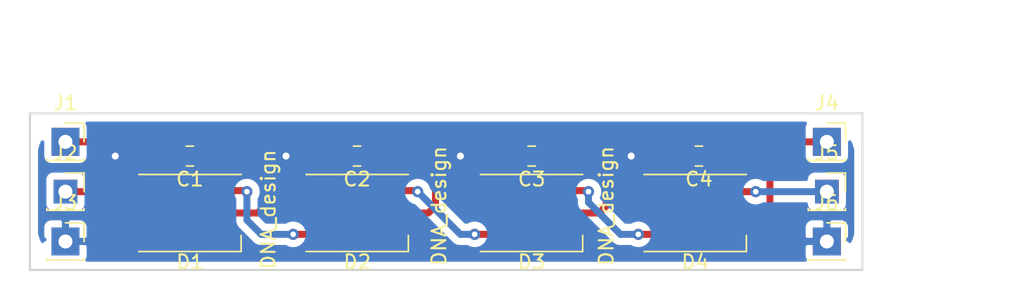
<source format=kicad_pcb>
(kicad_pcb (version 20171130) (host pcbnew "(5.1.6)-1")

  (general
    (thickness 1.6)
    (drawings 9)
    (tracks 130)
    (zones 0)
    (modules 14)
    (nets 12)
  )

  (page A4)
  (layers
    (0 F.Cu signal)
    (31 B.Cu signal)
    (32 B.Adhes user)
    (33 F.Adhes user)
    (34 B.Paste user)
    (35 F.Paste user)
    (36 B.SilkS user)
    (37 F.SilkS user)
    (38 B.Mask user)
    (39 F.Mask user)
    (40 Dwgs.User user)
    (41 Cmts.User user)
    (42 Eco1.User user)
    (43 Eco2.User user)
    (44 Edge.Cuts user)
    (45 Margin user)
    (46 B.CrtYd user)
    (47 F.CrtYd user)
    (48 B.Fab user)
    (49 F.Fab user)
  )

  (setup
    (last_trace_width 0.25)
    (user_trace_width 0.5)
    (user_trace_width 1)
    (user_trace_width 1.2)
    (user_trace_width 2)
    (trace_clearance 0.2)
    (zone_clearance 0.508)
    (zone_45_only no)
    (trace_min 0.2)
    (via_size 0.8)
    (via_drill 0.4)
    (via_min_size 0.4)
    (via_min_drill 0.3)
    (user_via 1 0.5)
    (uvia_size 0.3)
    (uvia_drill 0.1)
    (uvias_allowed no)
    (uvia_min_size 0.2)
    (uvia_min_drill 0.1)
    (edge_width 0.15)
    (segment_width 0.2)
    (pcb_text_width 0.3)
    (pcb_text_size 1.5 1.5)
    (mod_edge_width 0.15)
    (mod_text_size 1 1)
    (mod_text_width 0.15)
    (pad_size 2 2)
    (pad_drill 1)
    (pad_to_mask_clearance 0.051)
    (solder_mask_min_width 0.25)
    (aux_axis_origin 0 0)
    (visible_elements 7FFFFFFF)
    (pcbplotparams
      (layerselection 0x010fc_ffffffff)
      (usegerberextensions false)
      (usegerberattributes false)
      (usegerberadvancedattributes false)
      (creategerberjobfile false)
      (excludeedgelayer true)
      (linewidth 0.100000)
      (plotframeref false)
      (viasonmask false)
      (mode 1)
      (useauxorigin false)
      (hpglpennumber 1)
      (hpglpenspeed 20)
      (hpglpendiameter 15.000000)
      (psnegative false)
      (psa4output false)
      (plotreference true)
      (plotvalue true)
      (plotinvisibletext false)
      (padsonsilk false)
      (subtractmaskfromsilk false)
      (outputformat 1)
      (mirror false)
      (drillshape 0)
      (scaleselection 1)
      (outputdirectory ""))
  )

  (net 0 "")
  (net 1 +5V)
  (net 2 GND)
  (net 3 /DATA)
  (net 4 "Net-(D1-Pad3)")
  (net 5 "Net-(D1-Pad1)")
  (net 6 "Net-(D2-Pad1)")
  (net 7 "Net-(D2-Pad3)")
  (net 8 "Net-(D3-Pad3)")
  (net 9 "Net-(D3-Pad1)")
  (net 10 "Net-(D4-Pad1)")
  (net 11 "Net-(D4-Pad3)")

  (net_class Default "Это класс цепей по умолчанию."
    (clearance 0.2)
    (trace_width 0.25)
    (via_dia 0.8)
    (via_drill 0.4)
    (uvia_dia 0.3)
    (uvia_drill 0.1)
    (add_net +5V)
    (add_net /DATA)
    (add_net GND)
    (add_net "Net-(D1-Pad1)")
    (add_net "Net-(D1-Pad3)")
    (add_net "Net-(D2-Pad1)")
    (add_net "Net-(D2-Pad3)")
    (add_net "Net-(D3-Pad1)")
    (add_net "Net-(D3-Pad3)")
    (add_net "Net-(D4-Pad1)")
    (add_net "Net-(D4-Pad3)")
  )

  (module Capacitor_SMD:C_0805_2012Metric_Pad1.15x1.40mm_HandSolder (layer F.Cu) (tedit 5B36C52B) (tstamp 5F764C03)
    (at 115.579 80.518 180)
    (descr "Capacitor SMD 0805 (2012 Metric), square (rectangular) end terminal, IPC_7351 nominal with elongated pad for handsoldering. (Body size source: https://docs.google.com/spreadsheets/d/1BsfQQcO9C6DZCsRaXUlFlo91Tg2WpOkGARC1WS5S8t0/edit?usp=sharing), generated with kicad-footprint-generator")
    (tags "capacitor handsolder")
    (path /5F69D873)
    (attr smd)
    (fp_text reference C3 (at 0 -1.65 180) (layer F.SilkS)
      (effects (font (size 1 1) (thickness 0.15)))
    )
    (fp_text value 100nF (at 0 1.65 180) (layer F.Fab)
      (effects (font (size 1 1) (thickness 0.15)))
    )
    (fp_line (start 1.85 0.95) (end -1.85 0.95) (layer F.CrtYd) (width 0.05))
    (fp_line (start 1.85 -0.95) (end 1.85 0.95) (layer F.CrtYd) (width 0.05))
    (fp_line (start -1.85 -0.95) (end 1.85 -0.95) (layer F.CrtYd) (width 0.05))
    (fp_line (start -1.85 0.95) (end -1.85 -0.95) (layer F.CrtYd) (width 0.05))
    (fp_line (start -0.261252 0.71) (end 0.261252 0.71) (layer F.SilkS) (width 0.12))
    (fp_line (start -0.261252 -0.71) (end 0.261252 -0.71) (layer F.SilkS) (width 0.12))
    (fp_line (start 1 0.6) (end -1 0.6) (layer F.Fab) (width 0.1))
    (fp_line (start 1 -0.6) (end 1 0.6) (layer F.Fab) (width 0.1))
    (fp_line (start -1 -0.6) (end 1 -0.6) (layer F.Fab) (width 0.1))
    (fp_line (start -1 0.6) (end -1 -0.6) (layer F.Fab) (width 0.1))
    (fp_text user %R (at 0 0 180) (layer F.Fab)
      (effects (font (size 0.5 0.5) (thickness 0.08)))
    )
    (pad 1 smd roundrect (at -1.025 0 180) (size 1.15 1.4) (layers F.Cu F.Paste F.Mask) (roundrect_rratio 0.217391)
      (net 1 +5V))
    (pad 2 smd roundrect (at 1.025 0 180) (size 1.15 1.4) (layers F.Cu F.Paste F.Mask) (roundrect_rratio 0.217391)
      (net 2 GND))
    (model ${KISYS3DMOD}/Capacitor_SMD.3dshapes/C_0805_2012Metric.wrl
      (at (xyz 0 0 0))
      (scale (xyz 1 1 1))
      (rotate (xyz 0 0 0))
    )
  )

  (module Capacitor_SMD:C_0805_2012Metric_Pad1.15x1.40mm_HandSolder (layer F.Cu) (tedit 5B36C52B) (tstamp 5F764BE1)
    (at 91.177 80.518 180)
    (descr "Capacitor SMD 0805 (2012 Metric), square (rectangular) end terminal, IPC_7351 nominal with elongated pad for handsoldering. (Body size source: https://docs.google.com/spreadsheets/d/1BsfQQcO9C6DZCsRaXUlFlo91Tg2WpOkGARC1WS5S8t0/edit?usp=sharing), generated with kicad-footprint-generator")
    (tags "capacitor handsolder")
    (path /5F69B712)
    (attr smd)
    (fp_text reference C1 (at 0 -1.65 180) (layer F.SilkS)
      (effects (font (size 1 1) (thickness 0.15)))
    )
    (fp_text value 100nF (at 0 1.65 180) (layer F.Fab)
      (effects (font (size 1 1) (thickness 0.15)))
    )
    (fp_line (start 1.85 0.95) (end -1.85 0.95) (layer F.CrtYd) (width 0.05))
    (fp_line (start 1.85 -0.95) (end 1.85 0.95) (layer F.CrtYd) (width 0.05))
    (fp_line (start -1.85 -0.95) (end 1.85 -0.95) (layer F.CrtYd) (width 0.05))
    (fp_line (start -1.85 0.95) (end -1.85 -0.95) (layer F.CrtYd) (width 0.05))
    (fp_line (start -0.261252 0.71) (end 0.261252 0.71) (layer F.SilkS) (width 0.12))
    (fp_line (start -0.261252 -0.71) (end 0.261252 -0.71) (layer F.SilkS) (width 0.12))
    (fp_line (start 1 0.6) (end -1 0.6) (layer F.Fab) (width 0.1))
    (fp_line (start 1 -0.6) (end 1 0.6) (layer F.Fab) (width 0.1))
    (fp_line (start -1 -0.6) (end 1 -0.6) (layer F.Fab) (width 0.1))
    (fp_line (start -1 0.6) (end -1 -0.6) (layer F.Fab) (width 0.1))
    (fp_text user %R (at 0 0 180) (layer F.Fab)
      (effects (font (size 0.5 0.5) (thickness 0.08)))
    )
    (pad 1 smd roundrect (at -1.025 0 180) (size 1.15 1.4) (layers F.Cu F.Paste F.Mask) (roundrect_rratio 0.217391)
      (net 1 +5V))
    (pad 2 smd roundrect (at 1.025 0 180) (size 1.15 1.4) (layers F.Cu F.Paste F.Mask) (roundrect_rratio 0.217391)
      (net 2 GND))
    (model ${KISYS3DMOD}/Capacitor_SMD.3dshapes/C_0805_2012Metric.wrl
      (at (xyz 0 0 0))
      (scale (xyz 1 1 1))
      (rotate (xyz 0 0 0))
    )
  )

  (module Capacitor_SMD:C_0805_2012Metric_Pad1.15x1.40mm_HandSolder (layer F.Cu) (tedit 5B36C52B) (tstamp 5F764BF2)
    (at 103.115 80.518 180)
    (descr "Capacitor SMD 0805 (2012 Metric), square (rectangular) end terminal, IPC_7351 nominal with elongated pad for handsoldering. (Body size source: https://docs.google.com/spreadsheets/d/1BsfQQcO9C6DZCsRaXUlFlo91Tg2WpOkGARC1WS5S8t0/edit?usp=sharing), generated with kicad-footprint-generator")
    (tags "capacitor handsolder")
    (path /5F69C6F1)
    (attr smd)
    (fp_text reference C2 (at 0 -1.65 180) (layer F.SilkS)
      (effects (font (size 1 1) (thickness 0.15)))
    )
    (fp_text value 100nF (at 0 1.65 180) (layer F.Fab)
      (effects (font (size 1 1) (thickness 0.15)))
    )
    (fp_line (start -1 0.6) (end -1 -0.6) (layer F.Fab) (width 0.1))
    (fp_line (start -1 -0.6) (end 1 -0.6) (layer F.Fab) (width 0.1))
    (fp_line (start 1 -0.6) (end 1 0.6) (layer F.Fab) (width 0.1))
    (fp_line (start 1 0.6) (end -1 0.6) (layer F.Fab) (width 0.1))
    (fp_line (start -0.261252 -0.71) (end 0.261252 -0.71) (layer F.SilkS) (width 0.12))
    (fp_line (start -0.261252 0.71) (end 0.261252 0.71) (layer F.SilkS) (width 0.12))
    (fp_line (start -1.85 0.95) (end -1.85 -0.95) (layer F.CrtYd) (width 0.05))
    (fp_line (start -1.85 -0.95) (end 1.85 -0.95) (layer F.CrtYd) (width 0.05))
    (fp_line (start 1.85 -0.95) (end 1.85 0.95) (layer F.CrtYd) (width 0.05))
    (fp_line (start 1.85 0.95) (end -1.85 0.95) (layer F.CrtYd) (width 0.05))
    (fp_text user %R (at 0 0 180) (layer F.Fab)
      (effects (font (size 0.5 0.5) (thickness 0.08)))
    )
    (pad 2 smd roundrect (at 1.025 0 180) (size 1.15 1.4) (layers F.Cu F.Paste F.Mask) (roundrect_rratio 0.217391)
      (net 2 GND))
    (pad 1 smd roundrect (at -1.025 0 180) (size 1.15 1.4) (layers F.Cu F.Paste F.Mask) (roundrect_rratio 0.217391)
      (net 1 +5V))
    (model ${KISYS3DMOD}/Capacitor_SMD.3dshapes/C_0805_2012Metric.wrl
      (at (xyz 0 0 0))
      (scale (xyz 1 1 1))
      (rotate (xyz 0 0 0))
    )
  )

  (module Capacitor_SMD:C_0805_2012Metric_Pad1.15x1.40mm_HandSolder (layer F.Cu) (tedit 5B36C52B) (tstamp 5F765FC5)
    (at 127.517 80.518 180)
    (descr "Capacitor SMD 0805 (2012 Metric), square (rectangular) end terminal, IPC_7351 nominal with elongated pad for handsoldering. (Body size source: https://docs.google.com/spreadsheets/d/1BsfQQcO9C6DZCsRaXUlFlo91Tg2WpOkGARC1WS5S8t0/edit?usp=sharing), generated with kicad-footprint-generator")
    (tags "capacitor handsolder")
    (path /5F69ECF6)
    (attr smd)
    (fp_text reference C4 (at 0 -1.65 180) (layer F.SilkS)
      (effects (font (size 1 1) (thickness 0.15)))
    )
    (fp_text value 100nF (at 0 1.65 180) (layer F.Fab)
      (effects (font (size 1 1) (thickness 0.15)))
    )
    (fp_line (start -1 0.6) (end -1 -0.6) (layer F.Fab) (width 0.1))
    (fp_line (start -1 -0.6) (end 1 -0.6) (layer F.Fab) (width 0.1))
    (fp_line (start 1 -0.6) (end 1 0.6) (layer F.Fab) (width 0.1))
    (fp_line (start 1 0.6) (end -1 0.6) (layer F.Fab) (width 0.1))
    (fp_line (start -0.261252 -0.71) (end 0.261252 -0.71) (layer F.SilkS) (width 0.12))
    (fp_line (start -0.261252 0.71) (end 0.261252 0.71) (layer F.SilkS) (width 0.12))
    (fp_line (start -1.85 0.95) (end -1.85 -0.95) (layer F.CrtYd) (width 0.05))
    (fp_line (start -1.85 -0.95) (end 1.85 -0.95) (layer F.CrtYd) (width 0.05))
    (fp_line (start 1.85 -0.95) (end 1.85 0.95) (layer F.CrtYd) (width 0.05))
    (fp_line (start 1.85 0.95) (end -1.85 0.95) (layer F.CrtYd) (width 0.05))
    (fp_text user %R (at 0 0 180) (layer F.Fab)
      (effects (font (size 0.5 0.5) (thickness 0.08)))
    )
    (pad 2 smd roundrect (at 1.025 0 180) (size 1.15 1.4) (layers F.Cu F.Paste F.Mask) (roundrect_rratio 0.217391)
      (net 2 GND))
    (pad 1 smd roundrect (at -1.025 0 180) (size 1.15 1.4) (layers F.Cu F.Paste F.Mask) (roundrect_rratio 0.217391)
      (net 1 +5V))
    (model ${KISYS3DMOD}/Capacitor_SMD.3dshapes/C_0805_2012Metric.wrl
      (at (xyz 0 0 0))
      (scale (xyz 1 1 1))
      (rotate (xyz 0 0 0))
    )
  )

  (module LED_SMD:LED_WS2812_PLCC6_5.0x5.0mm_P1.6mm (layer F.Cu) (tedit 5AA4B296) (tstamp 5F76505D)
    (at 91.186 84.582 180)
    (descr https://cdn-shop.adafruit.com/datasheets/WS2812.pdf)
    (tags "LED RGB NeoPixel")
    (path /5F69B107)
    (attr smd)
    (fp_text reference D1 (at 0 -3.5 180) (layer F.SilkS)
      (effects (font (size 1 1) (thickness 0.15)))
    )
    (fp_text value WS2813 (at 0 4 180) (layer F.Fab)
      (effects (font (size 1 1) (thickness 0.15)))
    )
    (fp_circle (center 0 0) (end 0 -2) (layer F.Fab) (width 0.1))
    (fp_line (start -3.65 -2.75) (end 3.65 -2.75) (layer F.SilkS) (width 0.12))
    (fp_line (start -3.65 -1.6) (end -3.65 -2.75) (layer F.SilkS) (width 0.12))
    (fp_line (start -3.65 2.75) (end 3.65 2.75) (layer F.SilkS) (width 0.12))
    (fp_line (start -2.5 2.5) (end -2.5 -2.5) (layer F.Fab) (width 0.1))
    (fp_line (start 2.5 2.5) (end -2.5 2.5) (layer F.Fab) (width 0.1))
    (fp_line (start 2.5 -2.5) (end 2.5 2.5) (layer F.Fab) (width 0.1))
    (fp_line (start -2.5 -2.5) (end 2.5 -2.5) (layer F.Fab) (width 0.1))
    (fp_line (start -2.5 -1.5) (end -1.5 -2.5) (layer F.Fab) (width 0.1))
    (fp_line (start -3.45 -2.75) (end -3.45 2.75) (layer F.CrtYd) (width 0.05))
    (fp_line (start -3.45 2.75) (end 3.45 2.75) (layer F.CrtYd) (width 0.05))
    (fp_line (start 3.45 2.75) (end 3.45 -2.75) (layer F.CrtYd) (width 0.05))
    (fp_line (start 3.45 -2.75) (end -3.45 -2.75) (layer F.CrtYd) (width 0.05))
    (fp_text user %R (at 0 0 270) (layer F.Fab)
      (effects (font (size 0.8 0.8) (thickness 0.15)))
    )
    (pad 4 smd rect (at 2.45 1.6 180) (size 1.5 1) (layers F.Cu F.Paste F.Mask)
      (net 3 /DATA))
    (pad 5 smd rect (at 2.45 0 180) (size 1.5 1) (layers F.Cu F.Paste F.Mask)
      (net 2 GND))
    (pad 6 smd rect (at 2.45 -1.6 180) (size 1.5 1) (layers F.Cu F.Paste F.Mask)
      (net 3 /DATA))
    (pad 3 smd rect (at -2.45 1.6 180) (size 1.5 1) (layers F.Cu F.Paste F.Mask)
      (net 4 "Net-(D1-Pad3)"))
    (pad 2 smd rect (at -2.45 0 180) (size 1.5 1) (layers F.Cu F.Paste F.Mask)
      (net 1 +5V))
    (pad 1 smd rect (at -2.45 -1.6 180) (size 1.5 1) (layers F.Cu F.Paste F.Mask)
      (net 5 "Net-(D1-Pad1)"))
    (model ${KISYS3DMOD}/LED_SMD.3dshapes/LED_WS2812_PLCC6_5.0x5.0mm_P1.6mm.wrl
      (at (xyz 0 0 0))
      (scale (xyz 1 1 1))
      (rotate (xyz 0 0 0))
    )
  )

  (module LED_SMD:LED_WS2812_PLCC6_5.0x5.0mm_P1.6mm (layer F.Cu) (tedit 5AA4B296) (tstamp 5F6DC937)
    (at 103.124 84.582 180)
    (descr https://cdn-shop.adafruit.com/datasheets/WS2812.pdf)
    (tags "LED RGB NeoPixel")
    (path /5F69B195)
    (attr smd)
    (fp_text reference D2 (at 0 -3.5 180) (layer F.SilkS)
      (effects (font (size 1 1) (thickness 0.15)))
    )
    (fp_text value WS2813 (at 0 4 180) (layer F.Fab)
      (effects (font (size 1 1) (thickness 0.15)))
    )
    (fp_line (start 3.45 -2.75) (end -3.45 -2.75) (layer F.CrtYd) (width 0.05))
    (fp_line (start 3.45 2.75) (end 3.45 -2.75) (layer F.CrtYd) (width 0.05))
    (fp_line (start -3.45 2.75) (end 3.45 2.75) (layer F.CrtYd) (width 0.05))
    (fp_line (start -3.45 -2.75) (end -3.45 2.75) (layer F.CrtYd) (width 0.05))
    (fp_line (start -2.5 -1.5) (end -1.5 -2.5) (layer F.Fab) (width 0.1))
    (fp_line (start -2.5 -2.5) (end 2.5 -2.5) (layer F.Fab) (width 0.1))
    (fp_line (start 2.5 -2.5) (end 2.5 2.5) (layer F.Fab) (width 0.1))
    (fp_line (start 2.5 2.5) (end -2.5 2.5) (layer F.Fab) (width 0.1))
    (fp_line (start -2.5 2.5) (end -2.5 -2.5) (layer F.Fab) (width 0.1))
    (fp_line (start -3.65 2.75) (end 3.65 2.75) (layer F.SilkS) (width 0.12))
    (fp_line (start -3.65 -1.6) (end -3.65 -2.75) (layer F.SilkS) (width 0.12))
    (fp_line (start -3.65 -2.75) (end 3.65 -2.75) (layer F.SilkS) (width 0.12))
    (fp_circle (center 0 0) (end 0 -2) (layer F.Fab) (width 0.1))
    (fp_text user %R (at 0 0 180) (layer F.Fab)
      (effects (font (size 0.8 0.8) (thickness 0.15)))
    )
    (pad 1 smd rect (at -2.45 -1.6 180) (size 1.5 1) (layers F.Cu F.Paste F.Mask)
      (net 6 "Net-(D2-Pad1)"))
    (pad 2 smd rect (at -2.45 0 180) (size 1.5 1) (layers F.Cu F.Paste F.Mask)
      (net 1 +5V))
    (pad 3 smd rect (at -2.45 1.6 180) (size 1.5 1) (layers F.Cu F.Paste F.Mask)
      (net 7 "Net-(D2-Pad3)"))
    (pad 6 smd rect (at 2.45 -1.6 180) (size 1.5 1) (layers F.Cu F.Paste F.Mask)
      (net 4 "Net-(D1-Pad3)"))
    (pad 5 smd rect (at 2.45 0 180) (size 1.5 1) (layers F.Cu F.Paste F.Mask)
      (net 2 GND))
    (pad 4 smd rect (at 2.45 1.6 180) (size 1.5 1) (layers F.Cu F.Paste F.Mask)
      (net 4 "Net-(D1-Pad3)"))
    (model ${KISYS3DMOD}/LED_SMD.3dshapes/LED_WS2812_PLCC6_5.0x5.0mm_P1.6mm.wrl
      (at (xyz 0 0 0))
      (scale (xyz 1 1 1))
      (rotate (xyz 0 0 0))
    )
  )

  (module LED_SMD:LED_WS2812_PLCC6_5.0x5.0mm_P1.6mm (layer F.Cu) (tedit 5AA4B296) (tstamp 5F765CDB)
    (at 115.57 84.582 180)
    (descr https://cdn-shop.adafruit.com/datasheets/WS2812.pdf)
    (tags "LED RGB NeoPixel")
    (path /5F69B1EB)
    (attr smd)
    (fp_text reference D3 (at 0 -3.5 180) (layer F.SilkS)
      (effects (font (size 1 1) (thickness 0.15)))
    )
    (fp_text value WS2813 (at 0 4 180) (layer F.Fab)
      (effects (font (size 1 1) (thickness 0.15)))
    )
    (fp_circle (center 0 0) (end 0 -2) (layer F.Fab) (width 0.1))
    (fp_line (start -3.65 -2.75) (end 3.65 -2.75) (layer F.SilkS) (width 0.12))
    (fp_line (start -3.65 -1.6) (end -3.65 -2.75) (layer F.SilkS) (width 0.12))
    (fp_line (start -3.65 2.75) (end 3.65 2.75) (layer F.SilkS) (width 0.12))
    (fp_line (start -2.5 2.5) (end -2.5 -2.5) (layer F.Fab) (width 0.1))
    (fp_line (start 2.5 2.5) (end -2.5 2.5) (layer F.Fab) (width 0.1))
    (fp_line (start 2.5 -2.5) (end 2.5 2.5) (layer F.Fab) (width 0.1))
    (fp_line (start -2.5 -2.5) (end 2.5 -2.5) (layer F.Fab) (width 0.1))
    (fp_line (start -2.5 -1.5) (end -1.5 -2.5) (layer F.Fab) (width 0.1))
    (fp_line (start -3.45 -2.75) (end -3.45 2.75) (layer F.CrtYd) (width 0.05))
    (fp_line (start -3.45 2.75) (end 3.45 2.75) (layer F.CrtYd) (width 0.05))
    (fp_line (start 3.45 2.75) (end 3.45 -2.75) (layer F.CrtYd) (width 0.05))
    (fp_line (start 3.45 -2.75) (end -3.45 -2.75) (layer F.CrtYd) (width 0.05))
    (fp_text user %R (at 0 0 180) (layer F.Fab)
      (effects (font (size 0.8 0.8) (thickness 0.15)))
    )
    (pad 4 smd rect (at 2.45 1.6 180) (size 1.5 1) (layers F.Cu F.Paste F.Mask)
      (net 7 "Net-(D2-Pad3)"))
    (pad 5 smd rect (at 2.45 0 180) (size 1.5 1) (layers F.Cu F.Paste F.Mask)
      (net 2 GND))
    (pad 6 smd rect (at 2.45 -1.6 180) (size 1.5 1) (layers F.Cu F.Paste F.Mask)
      (net 7 "Net-(D2-Pad3)"))
    (pad 3 smd rect (at -2.45 1.6 180) (size 1.5 1) (layers F.Cu F.Paste F.Mask)
      (net 8 "Net-(D3-Pad3)"))
    (pad 2 smd rect (at -2.45 0 180) (size 1.5 1) (layers F.Cu F.Paste F.Mask)
      (net 1 +5V))
    (pad 1 smd rect (at -2.45 -1.6 180) (size 1.5 1) (layers F.Cu F.Paste F.Mask)
      (net 9 "Net-(D3-Pad1)"))
    (model ${KISYS3DMOD}/LED_SMD.3dshapes/LED_WS2812_PLCC6_5.0x5.0mm_P1.6mm.wrl
      (at (xyz 0 0 0))
      (scale (xyz 1 1 1))
      (rotate (xyz 0 0 0))
    )
  )

  (module LED_SMD:LED_WS2812_PLCC6_5.0x5.0mm_P1.6mm (layer F.Cu) (tedit 5AA4B296) (tstamp 5F765EC9)
    (at 127.254 84.582 180)
    (descr https://cdn-shop.adafruit.com/datasheets/WS2812.pdf)
    (tags "LED RGB NeoPixel")
    (path /5F69B22D)
    (attr smd)
    (fp_text reference D4 (at 0 -3.5 180) (layer F.SilkS)
      (effects (font (size 1 1) (thickness 0.15)))
    )
    (fp_text value WS2813 (at 0 4 180) (layer F.Fab)
      (effects (font (size 1 1) (thickness 0.15)))
    )
    (fp_line (start 3.45 -2.75) (end -3.45 -2.75) (layer F.CrtYd) (width 0.05))
    (fp_line (start 3.45 2.75) (end 3.45 -2.75) (layer F.CrtYd) (width 0.05))
    (fp_line (start -3.45 2.75) (end 3.45 2.75) (layer F.CrtYd) (width 0.05))
    (fp_line (start -3.45 -2.75) (end -3.45 2.75) (layer F.CrtYd) (width 0.05))
    (fp_line (start -2.5 -1.5) (end -1.5 -2.5) (layer F.Fab) (width 0.1))
    (fp_line (start -2.5 -2.5) (end 2.5 -2.5) (layer F.Fab) (width 0.1))
    (fp_line (start 2.5 -2.5) (end 2.5 2.5) (layer F.Fab) (width 0.1))
    (fp_line (start 2.5 2.5) (end -2.5 2.5) (layer F.Fab) (width 0.1))
    (fp_line (start -2.5 2.5) (end -2.5 -2.5) (layer F.Fab) (width 0.1))
    (fp_line (start -3.65 2.75) (end 3.65 2.75) (layer F.SilkS) (width 0.12))
    (fp_line (start -3.65 -1.6) (end -3.65 -2.75) (layer F.SilkS) (width 0.12))
    (fp_line (start -3.65 -2.75) (end 3.65 -2.75) (layer F.SilkS) (width 0.12))
    (fp_circle (center 0 0) (end 0 -2) (layer F.Fab) (width 0.1))
    (fp_text user %R (at 0 0 180) (layer F.Fab)
      (effects (font (size 0.8 0.8) (thickness 0.15)))
    )
    (pad 1 smd rect (at -2.45 -1.6 180) (size 1.5 1) (layers F.Cu F.Paste F.Mask)
      (net 10 "Net-(D4-Pad1)"))
    (pad 2 smd rect (at -2.45 0 180) (size 1.5 1) (layers F.Cu F.Paste F.Mask)
      (net 1 +5V))
    (pad 3 smd rect (at -2.45 1.6 180) (size 1.5 1) (layers F.Cu F.Paste F.Mask)
      (net 11 "Net-(D4-Pad3)"))
    (pad 6 smd rect (at 2.45 -1.6 180) (size 1.5 1) (layers F.Cu F.Paste F.Mask)
      (net 8 "Net-(D3-Pad3)"))
    (pad 5 smd rect (at 2.45 0 180) (size 1.5 1) (layers F.Cu F.Paste F.Mask)
      (net 2 GND))
    (pad 4 smd rect (at 2.45 1.6 180) (size 1.5 1) (layers F.Cu F.Paste F.Mask)
      (net 8 "Net-(D3-Pad3)"))
    (model ${KISYS3DMOD}/LED_SMD.3dshapes/LED_WS2812_PLCC6_5.0x5.0mm_P1.6mm.wrl
      (at (xyz 0 0 0))
      (scale (xyz 1 1 1))
      (rotate (xyz 0 0 0))
    )
  )

  (module Connector_PinSocket_2.54mm:PinSocket_1x01_P2.54mm_Vertical (layer F.Cu) (tedit 5F6DC8D2) (tstamp 5F764C88)
    (at 82.296 79.502)
    (descr "Through hole straight socket strip, 1x01, 2.54mm pitch, single row (from Kicad 4.0.7), script generated")
    (tags "Through hole socket strip THT 1x01 2.54mm single row")
    (path /5F6A35D3)
    (fp_text reference J1 (at 0 -2.77) (layer F.SilkS)
      (effects (font (size 1 1) (thickness 0.15)))
    )
    (fp_text value Conn_01x01 (at 0 2.77) (layer F.Fab)
      (effects (font (size 1 1) (thickness 0.15)))
    )
    (fp_line (start -1.8 1.75) (end -1.8 -1.8) (layer F.CrtYd) (width 0.05))
    (fp_line (start 1.75 1.75) (end -1.8 1.75) (layer F.CrtYd) (width 0.05))
    (fp_line (start 1.75 -1.8) (end 1.75 1.75) (layer F.CrtYd) (width 0.05))
    (fp_line (start -1.8 -1.8) (end 1.75 -1.8) (layer F.CrtYd) (width 0.05))
    (fp_line (start 0 -1.33) (end 1.33 -1.33) (layer F.SilkS) (width 0.12))
    (fp_line (start 1.33 -1.33) (end 1.33 0) (layer F.SilkS) (width 0.12))
    (fp_line (start 1.33 1.21) (end 1.33 1.33) (layer F.SilkS) (width 0.12))
    (fp_line (start -1.33 1.21) (end -1.33 1.33) (layer F.SilkS) (width 0.12))
    (fp_line (start -1.33 1.33) (end 1.33 1.33) (layer F.SilkS) (width 0.12))
    (fp_line (start -1.27 1.27) (end -1.27 -1.27) (layer F.Fab) (width 0.1))
    (fp_line (start 1.27 1.27) (end -1.27 1.27) (layer F.Fab) (width 0.1))
    (fp_line (start 1.27 -0.635) (end 1.27 1.27) (layer F.Fab) (width 0.1))
    (fp_line (start 0.635 -1.27) (end 1.27 -0.635) (layer F.Fab) (width 0.1))
    (fp_line (start -1.27 -1.27) (end 0.635 -1.27) (layer F.Fab) (width 0.1))
    (fp_text user %R (at 0 0) (layer F.Fab)
      (effects (font (size 1 1) (thickness 0.15)))
    )
    (pad 1 thru_hole rect (at 0 0) (size 2 2) (drill 1) (layers *.Cu *.Mask)
      (net 1 +5V))
    (model ${KISYS3DMOD}/Connector_PinSocket_2.54mm.3dshapes/PinSocket_1x01_P2.54mm_Vertical.wrl
      (at (xyz 0 0 0))
      (scale (xyz 1 1 1))
      (rotate (xyz 0 0 0))
    )
  )

  (module Connector_PinSocket_2.54mm:PinSocket_1x01_P2.54mm_Vertical (layer F.Cu) (tedit 5A19A434) (tstamp 5F6DCBBE)
    (at 82.296 83.058)
    (descr "Through hole straight socket strip, 1x01, 2.54mm pitch, single row (from Kicad 4.0.7), script generated")
    (tags "Through hole socket strip THT 1x01 2.54mm single row")
    (path /5F6A360F)
    (fp_text reference J2 (at 0 -2.77) (layer F.SilkS)
      (effects (font (size 1 1) (thickness 0.15)))
    )
    (fp_text value DATA_IN (at 0 2.77) (layer F.Fab)
      (effects (font (size 1 1) (thickness 0.15)))
    )
    (fp_line (start -1.27 -1.27) (end 0.635 -1.27) (layer F.Fab) (width 0.1))
    (fp_line (start 0.635 -1.27) (end 1.27 -0.635) (layer F.Fab) (width 0.1))
    (fp_line (start 1.27 -0.635) (end 1.27 1.27) (layer F.Fab) (width 0.1))
    (fp_line (start 1.27 1.27) (end -1.27 1.27) (layer F.Fab) (width 0.1))
    (fp_line (start -1.27 1.27) (end -1.27 -1.27) (layer F.Fab) (width 0.1))
    (fp_line (start -1.33 1.33) (end 1.33 1.33) (layer F.SilkS) (width 0.12))
    (fp_line (start -1.33 1.21) (end -1.33 1.33) (layer F.SilkS) (width 0.12))
    (fp_line (start 1.33 1.21) (end 1.33 1.33) (layer F.SilkS) (width 0.12))
    (fp_line (start 1.33 -1.33) (end 1.33 0) (layer F.SilkS) (width 0.12))
    (fp_line (start 0 -1.33) (end 1.33 -1.33) (layer F.SilkS) (width 0.12))
    (fp_line (start -1.8 -1.8) (end 1.75 -1.8) (layer F.CrtYd) (width 0.05))
    (fp_line (start 1.75 -1.8) (end 1.75 1.75) (layer F.CrtYd) (width 0.05))
    (fp_line (start 1.75 1.75) (end -1.8 1.75) (layer F.CrtYd) (width 0.05))
    (fp_line (start -1.8 1.75) (end -1.8 -1.8) (layer F.CrtYd) (width 0.05))
    (fp_text user %R (at 0 0) (layer F.Fab)
      (effects (font (size 1 1) (thickness 0.15)))
    )
    (pad 1 thru_hole rect (at 0 0) (size 1.7 1.7) (drill 1) (layers *.Cu *.Mask)
      (net 3 /DATA))
    (model ${KISYS3DMOD}/Connector_PinSocket_2.54mm.3dshapes/PinSocket_1x01_P2.54mm_Vertical.wrl
      (at (xyz 0 0 0))
      (scale (xyz 1 1 1))
      (rotate (xyz 0 0 0))
    )
  )

  (module Connector_PinSocket_2.54mm:PinSocket_1x01_P2.54mm_Vertical (layer F.Cu) (tedit 5F6DC8F1) (tstamp 5F6DC6E3)
    (at 82.296 86.614)
    (descr "Through hole straight socket strip, 1x01, 2.54mm pitch, single row (from Kicad 4.0.7), script generated")
    (tags "Through hole socket strip THT 1x01 2.54mm single row")
    (path /5F6A3637)
    (fp_text reference J3 (at 0 -2.77) (layer F.SilkS)
      (effects (font (size 1 1) (thickness 0.15)))
    )
    (fp_text value Conn_01x01 (at 0 2.77) (layer F.Fab)
      (effects (font (size 1 1) (thickness 0.15)))
    )
    (fp_line (start -1.8 1.75) (end -1.8 -1.8) (layer F.CrtYd) (width 0.05))
    (fp_line (start 1.75 1.75) (end -1.8 1.75) (layer F.CrtYd) (width 0.05))
    (fp_line (start 1.75 -1.8) (end 1.75 1.75) (layer F.CrtYd) (width 0.05))
    (fp_line (start -1.8 -1.8) (end 1.75 -1.8) (layer F.CrtYd) (width 0.05))
    (fp_line (start 0 -1.33) (end 1.33 -1.33) (layer F.SilkS) (width 0.12))
    (fp_line (start 1.33 -1.33) (end 1.33 0) (layer F.SilkS) (width 0.12))
    (fp_line (start 1.33 1.21) (end 1.33 1.33) (layer F.SilkS) (width 0.12))
    (fp_line (start -1.33 1.21) (end -1.33 1.33) (layer F.SilkS) (width 0.12))
    (fp_line (start -1.33 1.33) (end 1.33 1.33) (layer F.SilkS) (width 0.12))
    (fp_line (start -1.27 1.27) (end -1.27 -1.27) (layer F.Fab) (width 0.1))
    (fp_line (start 1.27 1.27) (end -1.27 1.27) (layer F.Fab) (width 0.1))
    (fp_line (start 1.27 -0.635) (end 1.27 1.27) (layer F.Fab) (width 0.1))
    (fp_line (start 0.635 -1.27) (end 1.27 -0.635) (layer F.Fab) (width 0.1))
    (fp_line (start -1.27 -1.27) (end 0.635 -1.27) (layer F.Fab) (width 0.1))
    (fp_text user %R (at 0 0) (layer F.Fab)
      (effects (font (size 1 1) (thickness 0.15)))
    )
    (pad 1 thru_hole rect (at 0 0) (size 2 2) (drill 1) (layers *.Cu *.Mask)
      (net 2 GND))
    (model ${KISYS3DMOD}/Connector_PinSocket_2.54mm.3dshapes/PinSocket_1x01_P2.54mm_Vertical.wrl
      (at (xyz 0 0 0))
      (scale (xyz 1 1 1))
      (rotate (xyz 0 0 0))
    )
  )

  (module Connector_PinSocket_2.54mm:PinSocket_1x01_P2.54mm_Vertical (layer F.Cu) (tedit 5F6DCBEA) (tstamp 5F6DC559)
    (at 136.652 79.502)
    (descr "Through hole straight socket strip, 1x01, 2.54mm pitch, single row (from Kicad 4.0.7), script generated")
    (tags "Through hole socket strip THT 1x01 2.54mm single row")
    (path /5F6A4A5B)
    (fp_text reference J4 (at 0 -2.77) (layer F.SilkS)
      (effects (font (size 1 1) (thickness 0.15)))
    )
    (fp_text value Conn_01x01 (at 0 2.77) (layer F.Fab)
      (effects (font (size 1 1) (thickness 0.15)))
    )
    (fp_line (start -1.27 -1.27) (end 0.635 -1.27) (layer F.Fab) (width 0.1))
    (fp_line (start 0.635 -1.27) (end 1.27 -0.635) (layer F.Fab) (width 0.1))
    (fp_line (start 1.27 -0.635) (end 1.27 1.27) (layer F.Fab) (width 0.1))
    (fp_line (start 1.27 1.27) (end -1.27 1.27) (layer F.Fab) (width 0.1))
    (fp_line (start -1.27 1.27) (end -1.27 -1.27) (layer F.Fab) (width 0.1))
    (fp_line (start -1.33 1.33) (end 1.33 1.33) (layer F.SilkS) (width 0.12))
    (fp_line (start -1.33 1.21) (end -1.33 1.33) (layer F.SilkS) (width 0.12))
    (fp_line (start 1.33 1.21) (end 1.33 1.33) (layer F.SilkS) (width 0.12))
    (fp_line (start 1.33 -1.33) (end 1.33 0) (layer F.SilkS) (width 0.12))
    (fp_line (start 0 -1.33) (end 1.33 -1.33) (layer F.SilkS) (width 0.12))
    (fp_line (start -1.8 -1.8) (end 1.75 -1.8) (layer F.CrtYd) (width 0.05))
    (fp_line (start 1.75 -1.8) (end 1.75 1.75) (layer F.CrtYd) (width 0.05))
    (fp_line (start 1.75 1.75) (end -1.8 1.75) (layer F.CrtYd) (width 0.05))
    (fp_line (start -1.8 1.75) (end -1.8 -1.8) (layer F.CrtYd) (width 0.05))
    (fp_text user %R (at 0 0) (layer F.Fab)
      (effects (font (size 1 1) (thickness 0.15)))
    )
    (pad 1 thru_hole rect (at 0 0) (size 2 2) (drill 1) (layers *.Cu *.Mask)
      (net 1 +5V))
    (model ${KISYS3DMOD}/Connector_PinSocket_2.54mm.3dshapes/PinSocket_1x01_P2.54mm_Vertical.wrl
      (at (xyz 0 0 0))
      (scale (xyz 1 1 1))
      (rotate (xyz 0 0 0))
    )
  )

  (module Connector_PinSocket_2.54mm:PinSocket_1x01_P2.54mm_Vertical (layer F.Cu) (tedit 5A19A434) (tstamp 5F764CD8)
    (at 136.652 83.058)
    (descr "Through hole straight socket strip, 1x01, 2.54mm pitch, single row (from Kicad 4.0.7), script generated")
    (tags "Through hole socket strip THT 1x01 2.54mm single row")
    (path /5F6A4A9D)
    (fp_text reference J5 (at 0 -2.77) (layer F.SilkS)
      (effects (font (size 1 1) (thickness 0.15)))
    )
    (fp_text value DATA_OUT (at 0 2.77) (layer F.Fab)
      (effects (font (size 1 1) (thickness 0.15)))
    )
    (fp_line (start -1.8 1.75) (end -1.8 -1.8) (layer F.CrtYd) (width 0.05))
    (fp_line (start 1.75 1.75) (end -1.8 1.75) (layer F.CrtYd) (width 0.05))
    (fp_line (start 1.75 -1.8) (end 1.75 1.75) (layer F.CrtYd) (width 0.05))
    (fp_line (start -1.8 -1.8) (end 1.75 -1.8) (layer F.CrtYd) (width 0.05))
    (fp_line (start 0 -1.33) (end 1.33 -1.33) (layer F.SilkS) (width 0.12))
    (fp_line (start 1.33 -1.33) (end 1.33 0) (layer F.SilkS) (width 0.12))
    (fp_line (start 1.33 1.21) (end 1.33 1.33) (layer F.SilkS) (width 0.12))
    (fp_line (start -1.33 1.21) (end -1.33 1.33) (layer F.SilkS) (width 0.12))
    (fp_line (start -1.33 1.33) (end 1.33 1.33) (layer F.SilkS) (width 0.12))
    (fp_line (start -1.27 1.27) (end -1.27 -1.27) (layer F.Fab) (width 0.1))
    (fp_line (start 1.27 1.27) (end -1.27 1.27) (layer F.Fab) (width 0.1))
    (fp_line (start 1.27 -0.635) (end 1.27 1.27) (layer F.Fab) (width 0.1))
    (fp_line (start 0.635 -1.27) (end 1.27 -0.635) (layer F.Fab) (width 0.1))
    (fp_line (start -1.27 -1.27) (end 0.635 -1.27) (layer F.Fab) (width 0.1))
    (fp_text user %R (at -0.762 0) (layer F.Fab)
      (effects (font (size 1 1) (thickness 0.15)))
    )
    (pad 1 thru_hole rect (at 0 0) (size 1.7 1.7) (drill 1) (layers *.Cu *.Mask)
      (net 11 "Net-(D4-Pad3)"))
    (model ${KISYS3DMOD}/Connector_PinSocket_2.54mm.3dshapes/PinSocket_1x01_P2.54mm_Vertical.wrl
      (at (xyz 0 0 0))
      (scale (xyz 1 1 1))
      (rotate (xyz 0 0 0))
    )
  )

  (module Connector_PinSocket_2.54mm:PinSocket_1x01_P2.54mm_Vertical (layer F.Cu) (tedit 5F6DCC1C) (tstamp 5F6DC61A)
    (at 136.652 86.614)
    (descr "Through hole straight socket strip, 1x01, 2.54mm pitch, single row (from Kicad 4.0.7), script generated")
    (tags "Through hole socket strip THT 1x01 2.54mm single row")
    (path /5F6A4AE1)
    (fp_text reference J6 (at 0 -2.77) (layer F.SilkS)
      (effects (font (size 1 1) (thickness 0.15)))
    )
    (fp_text value Conn_01x01 (at 0 2.77) (layer F.Fab)
      (effects (font (size 1 1) (thickness 0.15)))
    )
    (fp_line (start -1.27 -1.27) (end 0.635 -1.27) (layer F.Fab) (width 0.1))
    (fp_line (start 0.635 -1.27) (end 1.27 -0.635) (layer F.Fab) (width 0.1))
    (fp_line (start 1.27 -0.635) (end 1.27 1.27) (layer F.Fab) (width 0.1))
    (fp_line (start 1.27 1.27) (end -1.27 1.27) (layer F.Fab) (width 0.1))
    (fp_line (start -1.27 1.27) (end -1.27 -1.27) (layer F.Fab) (width 0.1))
    (fp_line (start -1.33 1.33) (end 1.33 1.33) (layer F.SilkS) (width 0.12))
    (fp_line (start -1.33 1.21) (end -1.33 1.33) (layer F.SilkS) (width 0.12))
    (fp_line (start 1.33 1.21) (end 1.33 1.33) (layer F.SilkS) (width 0.12))
    (fp_line (start 1.33 -1.33) (end 1.33 0) (layer F.SilkS) (width 0.12))
    (fp_line (start 0 -1.33) (end 1.33 -1.33) (layer F.SilkS) (width 0.12))
    (fp_line (start -1.8 -1.8) (end 1.75 -1.8) (layer F.CrtYd) (width 0.05))
    (fp_line (start 1.75 -1.8) (end 1.75 1.75) (layer F.CrtYd) (width 0.05))
    (fp_line (start 1.75 1.75) (end -1.8 1.75) (layer F.CrtYd) (width 0.05))
    (fp_line (start -1.8 1.75) (end -1.8 -1.8) (layer F.CrtYd) (width 0.05))
    (fp_text user %R (at 0 0) (layer F.Fab)
      (effects (font (size 1 1) (thickness 0.15)))
    )
    (pad 1 thru_hole rect (at 0 0) (size 2 2) (drill 1) (layers *.Cu *.Mask)
      (net 2 GND))
    (model ${KISYS3DMOD}/Connector_PinSocket_2.54mm.3dshapes/PinSocket_1x01_P2.54mm_Vertical.wrl
      (at (xyz 0 0 0))
      (scale (xyz 1 1 1))
      (rotate (xyz 0 0 0))
    )
  )

  (gr_text DNA_design (at 96.774 84.328 90) (layer F.SilkS) (tstamp 5F6DD4C1)
    (effects (font (size 1 1) (thickness 0.15)))
  )
  (gr_text DNA_design (at 120.904 84.074 90) (layer F.SilkS) (tstamp 5F6DD4BA)
    (effects (font (size 1 1) (thickness 0.15)))
  )
  (gr_text DNA_design (at 108.966 84.074 90) (layer F.SilkS)
    (effects (font (size 1 1) (thickness 0.15)))
  )
  (dimension 11.176 (width 0.15) (layer Margin)
    (gr_text "11,176 мм" (at 149.382 83.058 270) (layer Margin)
      (effects (font (size 1 1) (thickness 0.15)))
    )
    (feature1 (pts (xy 139.192 88.646) (xy 148.668421 88.646)))
    (feature2 (pts (xy 139.192 77.47) (xy 148.668421 77.47)))
    (crossbar (pts (xy 148.082 77.47) (xy 148.082 88.646)))
    (arrow1a (pts (xy 148.082 88.646) (xy 147.495579 87.519496)))
    (arrow1b (pts (xy 148.082 88.646) (xy 148.668421 87.519496)))
    (arrow2a (pts (xy 148.082 77.47) (xy 147.495579 78.596504)))
    (arrow2b (pts (xy 148.082 77.47) (xy 148.668421 78.596504)))
  )
  (dimension 59.436 (width 0.15) (layer Margin)
    (gr_text "59,436 мм" (at 109.474 70.074) (layer Margin)
      (effects (font (size 1 1) (thickness 0.15)))
    )
    (feature1 (pts (xy 139.192 77.47) (xy 139.192 70.787579)))
    (feature2 (pts (xy 79.756 77.47) (xy 79.756 70.787579)))
    (crossbar (pts (xy 79.756 71.374) (xy 139.192 71.374)))
    (arrow1a (pts (xy 139.192 71.374) (xy 138.065496 71.960421)))
    (arrow1b (pts (xy 139.192 71.374) (xy 138.065496 70.787579)))
    (arrow2a (pts (xy 79.756 71.374) (xy 80.882504 71.960421)))
    (arrow2b (pts (xy 79.756 71.374) (xy 80.882504 70.787579)))
  )
  (gr_line (start 139.192 77.47) (end 139.192 88.646) (layer Edge.Cuts) (width 0.15) (tstamp 5F6DD454))
  (gr_line (start 139.192 77.47) (end 79.756 77.47) (layer Edge.Cuts) (width 0.15) (tstamp 5F6DD452))
  (gr_line (start 79.756 88.646) (end 79.756 77.47) (layer Edge.Cuts) (width 0.15) (tstamp 5F6DD450))
  (gr_line (start 139.192 88.646) (end 79.756 88.646) (layer Edge.Cuts) (width 0.15))

  (segment (start 92.202 80.518) (end 96.012 80.518) (width 0.5) (layer F.Cu) (net 1))
  (segment (start 96.012 80.518) (end 96.52 81.026) (width 0.5) (layer F.Cu) (net 1))
  (segment (start 96.52 81.026) (end 96.52 84.074) (width 0.5) (layer F.Cu) (net 1))
  (segment (start 96.012 84.582) (end 93.636 84.582) (width 0.5) (layer F.Cu) (net 1))
  (segment (start 96.52 84.074) (end 96.012 84.582) (width 0.5) (layer F.Cu) (net 1))
  (segment (start 84.328 79.502) (end 82.296 79.502) (width 0.5) (layer F.Cu) (net 1))
  (segment (start 91.948 78.994) (end 84.836 78.994) (width 0.5) (layer F.Cu) (net 1))
  (segment (start 84.836 78.994) (end 84.328 79.502) (width 0.5) (layer F.Cu) (net 1))
  (segment (start 92.202 80.518) (end 92.202 79.248) (width 0.5) (layer F.Cu) (net 1))
  (segment (start 92.202 79.248) (end 91.948 78.994) (width 0.5) (layer F.Cu) (net 1))
  (segment (start 91.948 78.994) (end 103.886 78.994) (width 0.5) (layer F.Cu) (net 1))
  (segment (start 104.14 79.248) (end 104.14 80.518) (width 0.5) (layer F.Cu) (net 1))
  (segment (start 103.886 78.994) (end 104.14 79.248) (width 0.5) (layer F.Cu) (net 1))
  (segment (start 104.14 80.518) (end 108.204 80.518) (width 0.5) (layer F.Cu) (net 1))
  (segment (start 108.204 80.518) (end 108.712 81.026) (width 0.5) (layer F.Cu) (net 1))
  (segment (start 108.712 81.026) (end 108.712 84.074) (width 0.5) (layer F.Cu) (net 1))
  (segment (start 108.204 84.582) (end 105.574 84.582) (width 0.5) (layer F.Cu) (net 1))
  (segment (start 108.712 84.074) (end 108.204 84.582) (width 0.5) (layer F.Cu) (net 1))
  (segment (start 103.886 78.994) (end 116.332 78.994) (width 0.5) (layer F.Cu) (net 1))
  (segment (start 116.604 79.266) (end 116.604 80.518) (width 0.5) (layer F.Cu) (net 1))
  (segment (start 116.332 78.994) (end 116.604 79.266) (width 0.5) (layer F.Cu) (net 1))
  (segment (start 116.604 80.518) (end 119.126 80.518) (width 0.5) (layer F.Cu) (net 1))
  (segment (start 119.126 80.518) (end 120.904 82.296) (width 0.5) (layer F.Cu) (net 1))
  (segment (start 120.904 82.296) (end 120.904 84.074) (width 0.5) (layer F.Cu) (net 1))
  (segment (start 120.396 84.582) (end 118.02 84.582) (width 0.5) (layer F.Cu) (net 1))
  (segment (start 120.904 84.074) (end 120.396 84.582) (width 0.5) (layer F.Cu) (net 1))
  (segment (start 128.542 80.518) (end 131.572 80.518) (width 0.5) (layer F.Cu) (net 1))
  (segment (start 131.572 80.518) (end 132.588 81.534) (width 0.5) (layer F.Cu) (net 1))
  (segment (start 132.588 81.534) (end 132.588 84.074) (width 0.5) (layer F.Cu) (net 1))
  (segment (start 132.08 84.582) (end 129.704 84.582) (width 0.5) (layer F.Cu) (net 1))
  (segment (start 132.588 84.074) (end 132.08 84.582) (width 0.5) (layer F.Cu) (net 1))
  (segment (start 116.332 78.994) (end 128.27 78.994) (width 0.5) (layer F.Cu) (net 1))
  (segment (start 128.542 79.266) (end 128.542 80.518) (width 0.5) (layer F.Cu) (net 1))
  (segment (start 128.27 78.994) (end 128.542 79.266) (width 0.5) (layer F.Cu) (net 1))
  (segment (start 136.652 79.502) (end 130.302 79.502) (width 0.5) (layer F.Cu) (net 1))
  (segment (start 129.794 78.994) (end 128.27 78.994) (width 0.5) (layer F.Cu) (net 1))
  (segment (start 130.302 79.502) (end 129.794 78.994) (width 0.5) (layer F.Cu) (net 1))
  (segment (start 90.152 80.518) (end 87.376 80.518) (width 0.5) (layer F.Cu) (net 2))
  (segment (start 87.376 80.518) (end 86.868 81.026) (width 0.5) (layer F.Cu) (net 2))
  (segment (start 86.868 81.026) (end 86.868 84.328) (width 0.5) (layer F.Cu) (net 2))
  (segment (start 87.122 84.582) (end 88.736 84.582) (width 0.5) (layer F.Cu) (net 2))
  (segment (start 86.868 84.328) (end 87.122 84.582) (width 0.5) (layer F.Cu) (net 2))
  (via (at 85.852 80.518) (size 1) (drill 0.5) (layers F.Cu B.Cu) (net 2))
  (segment (start 87.376 80.518) (end 85.852 80.518) (width 0.5) (layer F.Cu) (net 2))
  (segment (start 85.852 80.518) (end 85.852 85.598) (width 0.5) (layer B.Cu) (net 2))
  (segment (start 84.836 86.614) (end 82.296 86.614) (width 0.5) (layer B.Cu) (net 2))
  (segment (start 85.852 85.598) (end 84.836 86.614) (width 0.5) (layer B.Cu) (net 2))
  (segment (start 102.09 80.518) (end 99.314 80.518) (width 0.5) (layer F.Cu) (net 2))
  (segment (start 99.314 80.518) (end 99.06 80.772) (width 0.5) (layer F.Cu) (net 2))
  (segment (start 99.06 80.772) (end 99.06 84.074) (width 0.5) (layer F.Cu) (net 2))
  (segment (start 99.568 84.582) (end 100.674 84.582) (width 0.5) (layer F.Cu) (net 2))
  (segment (start 99.06 84.074) (end 99.568 84.582) (width 0.5) (layer F.Cu) (net 2))
  (via (at 98.044 80.518) (size 1) (drill 0.5) (layers F.Cu B.Cu) (net 2))
  (segment (start 99.314 80.518) (end 98.044 80.518) (width 0.5) (layer F.Cu) (net 2))
  (segment (start 98.044 80.518) (end 85.852 80.518) (width 0.5) (layer B.Cu) (net 2))
  (segment (start 114.554 80.518) (end 112.014 80.518) (width 0.5) (layer F.Cu) (net 2))
  (segment (start 112.014 80.518) (end 111.506 81.026) (width 0.5) (layer F.Cu) (net 2))
  (segment (start 111.506 81.026) (end 111.506 84.074) (width 0.5) (layer F.Cu) (net 2))
  (segment (start 112.014 84.582) (end 113.12 84.582) (width 0.5) (layer F.Cu) (net 2))
  (segment (start 111.506 84.074) (end 112.014 84.582) (width 0.5) (layer F.Cu) (net 2))
  (via (at 110.49 80.518) (size 1) (drill 0.5) (layers F.Cu B.Cu) (net 2))
  (segment (start 112.014 80.518) (end 110.49 80.518) (width 0.5) (layer F.Cu) (net 2))
  (segment (start 110.49 80.518) (end 98.044 80.518) (width 0.5) (layer B.Cu) (net 2))
  (segment (start 126.492 80.518) (end 123.952 80.518) (width 0.5) (layer F.Cu) (net 2))
  (segment (start 123.952 80.518) (end 123.19 81.28) (width 0.5) (layer F.Cu) (net 2))
  (segment (start 123.19 81.28) (end 123.19 84.074) (width 0.5) (layer F.Cu) (net 2))
  (segment (start 123.698 84.582) (end 124.804 84.582) (width 0.5) (layer F.Cu) (net 2))
  (segment (start 123.19 84.074) (end 123.698 84.582) (width 0.5) (layer F.Cu) (net 2))
  (via (at 122.682 80.518) (size 1) (drill 0.5) (layers F.Cu B.Cu) (net 2))
  (segment (start 123.952 80.518) (end 122.682 80.518) (width 0.5) (layer F.Cu) (net 2))
  (segment (start 136.652 86.614) (end 126.238 86.614) (width 0.5) (layer B.Cu) (net 2))
  (segment (start 121.92 82.296) (end 121.92 80.518) (width 0.5) (layer B.Cu) (net 2))
  (segment (start 126.238 86.614) (end 121.92 82.296) (width 0.5) (layer B.Cu) (net 2))
  (segment (start 122.682 80.518) (end 121.92 80.518) (width 0.5) (layer B.Cu) (net 2))
  (segment (start 121.92 80.518) (end 110.49 80.518) (width 0.5) (layer B.Cu) (net 2))
  (segment (start 88.736 86.182) (end 90.348 86.182) (width 0.5) (layer F.Cu) (net 3))
  (segment (start 90.348 86.182) (end 90.678 85.852) (width 0.5) (layer F.Cu) (net 3))
  (segment (start 90.678 85.852) (end 90.678 83.312) (width 0.5) (layer F.Cu) (net 3))
  (segment (start 90.348 82.982) (end 88.736 82.982) (width 0.5) (layer F.Cu) (net 3))
  (segment (start 90.678 83.312) (end 90.348 82.982) (width 0.5) (layer F.Cu) (net 3))
  (segment (start 88.736 86.182) (end 86.944 86.182) (width 0.5) (layer F.Cu) (net 3))
  (segment (start 86.944 86.182) (end 84.582 83.82) (width 0.5) (layer F.Cu) (net 3))
  (segment (start 84.582 83.82) (end 84.582 83.312) (width 0.5) (layer F.Cu) (net 3))
  (segment (start 84.328 83.058) (end 82.296 83.058) (width 0.5) (layer F.Cu) (net 3))
  (segment (start 84.582 83.312) (end 84.328 83.058) (width 0.5) (layer F.Cu) (net 3))
  (via (at 95.25 83.058) (size 0.8) (drill 0.4) (layers F.Cu B.Cu) (net 4))
  (segment (start 93.636 82.982) (end 95.174 82.982) (width 0.5) (layer F.Cu) (net 4))
  (segment (start 95.174 82.982) (end 95.25 83.058) (width 0.5) (layer F.Cu) (net 4))
  (segment (start 95.25 83.058) (end 95.25 85.09) (width 0.5) (layer B.Cu) (net 4))
  (via (at 98.552 86.106) (size 0.8) (drill 0.4) (layers F.Cu B.Cu) (net 4))
  (segment (start 95.25 85.09) (end 96.266 86.106) (width 0.5) (layer B.Cu) (net 4))
  (segment (start 96.266 86.106) (end 98.552 86.106) (width 0.5) (layer B.Cu) (net 4))
  (segment (start 100.598 86.106) (end 100.674 86.182) (width 0.5) (layer F.Cu) (net 4))
  (segment (start 98.552 86.106) (end 100.598 86.106) (width 0.5) (layer F.Cu) (net 4))
  (segment (start 100.674 86.182) (end 102.032 86.182) (width 0.5) (layer F.Cu) (net 4))
  (segment (start 102.032 86.182) (end 102.616 85.598) (width 0.5) (layer F.Cu) (net 4))
  (segment (start 102.616 85.598) (end 102.616 83.566) (width 0.5) (layer F.Cu) (net 4))
  (segment (start 102.032 82.982) (end 100.674 82.982) (width 0.5) (layer F.Cu) (net 4))
  (segment (start 102.616 83.566) (end 102.032 82.982) (width 0.5) (layer F.Cu) (net 4))
  (via (at 107.442 83.058) (size 0.8) (drill 0.4) (layers F.Cu B.Cu) (net 7))
  (segment (start 105.574 82.982) (end 107.366 82.982) (width 0.5) (layer F.Cu) (net 7))
  (segment (start 107.366 82.982) (end 107.442 83.058) (width 0.5) (layer F.Cu) (net 7))
  (via (at 111.506 86.106) (size 0.8) (drill 0.4) (layers F.Cu B.Cu) (net 7))
  (segment (start 107.442 83.058) (end 110.49 86.106) (width 0.5) (layer B.Cu) (net 7))
  (segment (start 110.49 86.106) (end 111.506 86.106) (width 0.5) (layer B.Cu) (net 7))
  (segment (start 113.044 86.106) (end 113.12 86.182) (width 0.5) (layer F.Cu) (net 7))
  (segment (start 111.506 86.106) (end 113.044 86.106) (width 0.5) (layer F.Cu) (net 7))
  (segment (start 113.12 86.182) (end 114.986 86.182) (width 0.5) (layer F.Cu) (net 7))
  (segment (start 114.986 86.182) (end 115.316 85.852) (width 0.5) (layer F.Cu) (net 7))
  (segment (start 115.316 85.852) (end 115.316 84.074) (width 0.5) (layer F.Cu) (net 7))
  (segment (start 114.224 82.982) (end 113.12 82.982) (width 0.5) (layer F.Cu) (net 7))
  (segment (start 115.316 84.074) (end 114.224 82.982) (width 0.5) (layer F.Cu) (net 7))
  (via (at 119.634 83.058) (size 0.8) (drill 0.4) (layers F.Cu B.Cu) (net 8))
  (segment (start 118.02 82.982) (end 119.558 82.982) (width 0.5) (layer F.Cu) (net 8))
  (segment (start 119.558 82.982) (end 119.634 83.058) (width 0.5) (layer F.Cu) (net 8))
  (segment (start 119.634 83.058) (end 119.634 83.82) (width 0.5) (layer B.Cu) (net 8))
  (segment (start 119.634 83.82) (end 121.92 86.106) (width 0.5) (layer B.Cu) (net 8))
  (via (at 123.19 86.106) (size 0.8) (drill 0.4) (layers F.Cu B.Cu) (net 8))
  (segment (start 121.92 86.106) (end 123.19 86.106) (width 0.5) (layer B.Cu) (net 8))
  (segment (start 124.728 86.106) (end 124.804 86.182) (width 0.5) (layer F.Cu) (net 8))
  (segment (start 123.19 86.106) (end 124.728 86.106) (width 0.5) (layer F.Cu) (net 8))
  (segment (start 124.804 82.982) (end 126.416 82.982) (width 0.5) (layer F.Cu) (net 8))
  (segment (start 126.416 82.982) (end 126.746 83.312) (width 0.5) (layer F.Cu) (net 8))
  (segment (start 126.746 83.312) (end 126.746 85.598) (width 0.5) (layer F.Cu) (net 8))
  (segment (start 126.162 86.182) (end 124.804 86.182) (width 0.5) (layer F.Cu) (net 8))
  (segment (start 126.746 85.598) (end 126.162 86.182) (width 0.5) (layer F.Cu) (net 8))
  (via (at 131.572 83.058) (size 0.8) (drill 0.4) (layers F.Cu B.Cu) (net 11))
  (segment (start 136.652 83.058) (end 131.572 83.058) (width 0.5) (layer B.Cu) (net 11))
  (segment (start 129.78 83.058) (end 129.704 82.982) (width 0.5) (layer F.Cu) (net 11))
  (segment (start 131.572 83.058) (end 129.78 83.058) (width 0.5) (layer F.Cu) (net 11))

  (zone (net 2) (net_name GND) (layer B.Cu) (tstamp 5F840733) (hatch edge 0.508)
    (connect_pads (clearance 0.508))
    (min_thickness 0.254)
    (fill yes (arc_segments 32) (thermal_gap 0.508) (thermal_bridge_width 0.508) (smoothing fillet) (radius 3))
    (polygon
      (pts
        (xy 138.684 88.392) (xy 80.264 88.392) (xy 80.264 77.724) (xy 138.684 77.724)
      )
    )
    (filled_polygon
      (pts
        (xy 135.062498 78.25782) (xy 135.026188 78.377518) (xy 135.013928 78.502) (xy 135.013928 80.502) (xy 135.026188 80.626482)
        (xy 135.062498 80.74618) (xy 135.121463 80.856494) (xy 135.200815 80.953185) (xy 135.297506 81.032537) (xy 135.40782 81.091502)
        (xy 135.527518 81.127812) (xy 135.652 81.140072) (xy 137.652 81.140072) (xy 137.776482 81.127812) (xy 137.89618 81.091502)
        (xy 138.006494 81.032537) (xy 138.103185 80.953185) (xy 138.182537 80.856494) (xy 138.241502 80.74618) (xy 138.277812 80.626482)
        (xy 138.290072 80.502) (xy 138.290072 79.520437) (xy 138.395591 79.775182) (xy 138.482 80.075113) (xy 138.482001 86.040885)
        (xy 138.395591 86.340818) (xy 138.287 86.602979) (xy 138.287 86.486998) (xy 138.128252 86.486998) (xy 138.287 86.32825)
        (xy 138.290072 85.614) (xy 138.277812 85.489518) (xy 138.241502 85.36982) (xy 138.182537 85.259506) (xy 138.103185 85.162815)
        (xy 138.006494 85.083463) (xy 137.89618 85.024498) (xy 137.776482 84.988188) (xy 137.652 84.975928) (xy 136.93775 84.979)
        (xy 136.779 85.13775) (xy 136.779 86.487) (xy 136.799 86.487) (xy 136.799 86.741) (xy 136.779 86.741)
        (xy 136.779 86.761) (xy 136.525 86.761) (xy 136.525 86.741) (xy 135.17575 86.741) (xy 135.017 86.89975)
        (xy 135.013928 87.614) (xy 135.026188 87.738482) (xy 135.062498 87.85818) (xy 135.104094 87.936) (xy 83.843906 87.936)
        (xy 83.885502 87.85818) (xy 83.921812 87.738482) (xy 83.934072 87.614) (xy 83.931 86.89975) (xy 83.77225 86.741)
        (xy 82.423 86.741) (xy 82.423 86.761) (xy 82.169 86.761) (xy 82.169 86.741) (xy 82.149 86.741)
        (xy 82.149 86.487) (xy 82.169 86.487) (xy 82.169 85.13775) (xy 82.423 85.13775) (xy 82.423 86.487)
        (xy 83.77225 86.487) (xy 83.931 86.32825) (xy 83.934072 85.614) (xy 83.921812 85.489518) (xy 83.885502 85.36982)
        (xy 83.826537 85.259506) (xy 83.747185 85.162815) (xy 83.650494 85.083463) (xy 83.54018 85.024498) (xy 83.420482 84.988188)
        (xy 83.296 84.975928) (xy 82.58175 84.979) (xy 82.423 85.13775) (xy 82.169 85.13775) (xy 82.01025 84.979)
        (xy 81.296 84.975928) (xy 81.171518 84.988188) (xy 81.05182 85.024498) (xy 80.941506 85.083463) (xy 80.844815 85.162815)
        (xy 80.765463 85.259506) (xy 80.706498 85.36982) (xy 80.670188 85.489518) (xy 80.657928 85.614) (xy 80.661 86.32825)
        (xy 80.819748 86.486998) (xy 80.661 86.486998) (xy 80.661 86.602979) (xy 80.552409 86.340818) (xy 80.466 86.040888)
        (xy 80.466 82.208) (xy 80.807928 82.208) (xy 80.807928 83.908) (xy 80.820188 84.032482) (xy 80.856498 84.15218)
        (xy 80.915463 84.262494) (xy 80.994815 84.359185) (xy 81.091506 84.438537) (xy 81.20182 84.497502) (xy 81.321518 84.533812)
        (xy 81.446 84.546072) (xy 83.146 84.546072) (xy 83.270482 84.533812) (xy 83.39018 84.497502) (xy 83.500494 84.438537)
        (xy 83.597185 84.359185) (xy 83.676537 84.262494) (xy 83.735502 84.15218) (xy 83.771812 84.032482) (xy 83.784072 83.908)
        (xy 83.784072 82.956061) (xy 94.215 82.956061) (xy 94.215 83.159939) (xy 94.254774 83.359898) (xy 94.332795 83.548256)
        (xy 94.365 83.596455) (xy 94.365001 85.046521) (xy 94.360719 85.09) (xy 94.377805 85.26349) (xy 94.428412 85.430313)
        (xy 94.51059 85.584059) (xy 94.593468 85.685046) (xy 94.593471 85.685049) (xy 94.621184 85.718817) (xy 94.654951 85.746529)
        (xy 95.60947 86.701049) (xy 95.637183 86.734817) (xy 95.670951 86.76253) (xy 95.670953 86.762532) (xy 95.742452 86.82121)
        (xy 95.771941 86.845411) (xy 95.925687 86.927589) (xy 96.041903 86.962843) (xy 96.092509 86.978195) (xy 96.107306 86.979652)
        (xy 96.222523 86.991) (xy 96.222531 86.991) (xy 96.266 86.995281) (xy 96.309469 86.991) (xy 98.013546 86.991)
        (xy 98.061744 87.023205) (xy 98.250102 87.101226) (xy 98.450061 87.141) (xy 98.653939 87.141) (xy 98.853898 87.101226)
        (xy 99.042256 87.023205) (xy 99.211774 86.909937) (xy 99.355937 86.765774) (xy 99.469205 86.596256) (xy 99.547226 86.407898)
        (xy 99.587 86.207939) (xy 99.587 86.004061) (xy 99.547226 85.804102) (xy 99.469205 85.615744) (xy 99.355937 85.446226)
        (xy 99.211774 85.302063) (xy 99.042256 85.188795) (xy 98.853898 85.110774) (xy 98.653939 85.071) (xy 98.450061 85.071)
        (xy 98.250102 85.110774) (xy 98.061744 85.188795) (xy 98.013546 85.221) (xy 96.632579 85.221) (xy 96.135 84.723422)
        (xy 96.135 83.596454) (xy 96.167205 83.548256) (xy 96.245226 83.359898) (xy 96.285 83.159939) (xy 96.285 82.956061)
        (xy 106.407 82.956061) (xy 106.407 83.159939) (xy 106.446774 83.359898) (xy 106.524795 83.548256) (xy 106.638063 83.717774)
        (xy 106.782226 83.861937) (xy 106.951744 83.975205) (xy 107.140102 84.053226) (xy 107.196957 84.064535) (xy 109.83347 86.701049)
        (xy 109.861183 86.734817) (xy 109.894951 86.76253) (xy 109.894953 86.762532) (xy 109.925555 86.787646) (xy 109.995941 86.845411)
        (xy 110.149687 86.927589) (xy 110.265903 86.962843) (xy 110.316509 86.978195) (xy 110.331306 86.979652) (xy 110.446523 86.991)
        (xy 110.446531 86.991) (xy 110.49 86.995281) (xy 110.533469 86.991) (xy 110.967546 86.991) (xy 111.015744 87.023205)
        (xy 111.204102 87.101226) (xy 111.404061 87.141) (xy 111.607939 87.141) (xy 111.807898 87.101226) (xy 111.996256 87.023205)
        (xy 112.165774 86.909937) (xy 112.309937 86.765774) (xy 112.423205 86.596256) (xy 112.501226 86.407898) (xy 112.541 86.207939)
        (xy 112.541 86.004061) (xy 112.501226 85.804102) (xy 112.423205 85.615744) (xy 112.309937 85.446226) (xy 112.165774 85.302063)
        (xy 111.996256 85.188795) (xy 111.807898 85.110774) (xy 111.607939 85.071) (xy 111.404061 85.071) (xy 111.204102 85.110774)
        (xy 111.015744 85.188795) (xy 110.967546 85.221) (xy 110.856579 85.221) (xy 108.59164 82.956061) (xy 118.599 82.956061)
        (xy 118.599 83.159939) (xy 118.638774 83.359898) (xy 118.716795 83.548256) (xy 118.749 83.596454) (xy 118.749 83.776531)
        (xy 118.744719 83.82) (xy 118.749 83.863469) (xy 118.749 83.863477) (xy 118.760004 83.975205) (xy 118.761805 83.99349)
        (xy 118.812412 84.160313) (xy 118.89459 84.314059) (xy 118.977468 84.415046) (xy 118.977471 84.415049) (xy 119.005184 84.448817)
        (xy 119.038951 84.476529) (xy 121.26347 86.701049) (xy 121.291183 86.734817) (xy 121.324951 86.76253) (xy 121.324953 86.762532)
        (xy 121.396452 86.82121) (xy 121.425941 86.845411) (xy 121.579687 86.927589) (xy 121.74651 86.978195) (xy 121.876523 86.991)
        (xy 121.876533 86.991) (xy 121.919999 86.995281) (xy 121.963465 86.991) (xy 122.651546 86.991) (xy 122.699744 87.023205)
        (xy 122.888102 87.101226) (xy 123.088061 87.141) (xy 123.291939 87.141) (xy 123.491898 87.101226) (xy 123.680256 87.023205)
        (xy 123.849774 86.909937) (xy 123.993937 86.765774) (xy 124.107205 86.596256) (xy 124.185226 86.407898) (xy 124.225 86.207939)
        (xy 124.225 86.004061) (xy 124.185226 85.804102) (xy 124.107205 85.615744) (xy 124.10604 85.614) (xy 135.013928 85.614)
        (xy 135.017 86.32825) (xy 135.17575 86.487) (xy 136.525 86.487) (xy 136.525 85.13775) (xy 136.36625 84.979)
        (xy 135.652 84.975928) (xy 135.527518 84.988188) (xy 135.40782 85.024498) (xy 135.297506 85.083463) (xy 135.200815 85.162815)
        (xy 135.121463 85.259506) (xy 135.062498 85.36982) (xy 135.026188 85.489518) (xy 135.013928 85.614) (xy 124.10604 85.614)
        (xy 123.993937 85.446226) (xy 123.849774 85.302063) (xy 123.680256 85.188795) (xy 123.491898 85.110774) (xy 123.291939 85.071)
        (xy 123.088061 85.071) (xy 122.888102 85.110774) (xy 122.699744 85.188795) (xy 122.651546 85.221) (xy 122.286579 85.221)
        (xy 120.569549 83.503971) (xy 120.629226 83.359898) (xy 120.669 83.159939) (xy 120.669 82.956061) (xy 130.537 82.956061)
        (xy 130.537 83.159939) (xy 130.576774 83.359898) (xy 130.654795 83.548256) (xy 130.768063 83.717774) (xy 130.912226 83.861937)
        (xy 131.081744 83.975205) (xy 131.270102 84.053226) (xy 131.470061 84.093) (xy 131.673939 84.093) (xy 131.873898 84.053226)
        (xy 132.062256 83.975205) (xy 132.110454 83.943) (xy 135.167375 83.943) (xy 135.176188 84.032482) (xy 135.212498 84.15218)
        (xy 135.271463 84.262494) (xy 135.350815 84.359185) (xy 135.447506 84.438537) (xy 135.55782 84.497502) (xy 135.677518 84.533812)
        (xy 135.802 84.546072) (xy 137.502 84.546072) (xy 137.626482 84.533812) (xy 137.74618 84.497502) (xy 137.856494 84.438537)
        (xy 137.953185 84.359185) (xy 138.032537 84.262494) (xy 138.091502 84.15218) (xy 138.127812 84.032482) (xy 138.140072 83.908)
        (xy 138.140072 82.208) (xy 138.127812 82.083518) (xy 138.091502 81.96382) (xy 138.032537 81.853506) (xy 137.953185 81.756815)
        (xy 137.856494 81.677463) (xy 137.74618 81.618498) (xy 137.626482 81.582188) (xy 137.502 81.569928) (xy 135.802 81.569928)
        (xy 135.677518 81.582188) (xy 135.55782 81.618498) (xy 135.447506 81.677463) (xy 135.350815 81.756815) (xy 135.271463 81.853506)
        (xy 135.212498 81.96382) (xy 135.176188 82.083518) (xy 135.167375 82.173) (xy 132.110454 82.173) (xy 132.062256 82.140795)
        (xy 131.873898 82.062774) (xy 131.673939 82.023) (xy 131.470061 82.023) (xy 131.270102 82.062774) (xy 131.081744 82.140795)
        (xy 130.912226 82.254063) (xy 130.768063 82.398226) (xy 130.654795 82.567744) (xy 130.576774 82.756102) (xy 130.537 82.956061)
        (xy 120.669 82.956061) (xy 120.629226 82.756102) (xy 120.551205 82.567744) (xy 120.437937 82.398226) (xy 120.293774 82.254063)
        (xy 120.124256 82.140795) (xy 119.935898 82.062774) (xy 119.735939 82.023) (xy 119.532061 82.023) (xy 119.332102 82.062774)
        (xy 119.143744 82.140795) (xy 118.974226 82.254063) (xy 118.830063 82.398226) (xy 118.716795 82.567744) (xy 118.638774 82.756102)
        (xy 118.599 82.956061) (xy 108.59164 82.956061) (xy 108.448535 82.812957) (xy 108.437226 82.756102) (xy 108.359205 82.567744)
        (xy 108.245937 82.398226) (xy 108.101774 82.254063) (xy 107.932256 82.140795) (xy 107.743898 82.062774) (xy 107.543939 82.023)
        (xy 107.340061 82.023) (xy 107.140102 82.062774) (xy 106.951744 82.140795) (xy 106.782226 82.254063) (xy 106.638063 82.398226)
        (xy 106.524795 82.567744) (xy 106.446774 82.756102) (xy 106.407 82.956061) (xy 96.285 82.956061) (xy 96.245226 82.756102)
        (xy 96.167205 82.567744) (xy 96.053937 82.398226) (xy 95.909774 82.254063) (xy 95.740256 82.140795) (xy 95.551898 82.062774)
        (xy 95.351939 82.023) (xy 95.148061 82.023) (xy 94.948102 82.062774) (xy 94.759744 82.140795) (xy 94.590226 82.254063)
        (xy 94.446063 82.398226) (xy 94.332795 82.567744) (xy 94.254774 82.756102) (xy 94.215 82.956061) (xy 83.784072 82.956061)
        (xy 83.784072 82.208) (xy 83.771812 82.083518) (xy 83.735502 81.96382) (xy 83.676537 81.853506) (xy 83.597185 81.756815)
        (xy 83.500494 81.677463) (xy 83.39018 81.618498) (xy 83.270482 81.582188) (xy 83.146 81.569928) (xy 81.446 81.569928)
        (xy 81.321518 81.582188) (xy 81.20182 81.618498) (xy 81.091506 81.677463) (xy 80.994815 81.756815) (xy 80.915463 81.853506)
        (xy 80.856498 81.96382) (xy 80.820188 82.083518) (xy 80.807928 82.208) (xy 80.466 82.208) (xy 80.466 80.075112)
        (xy 80.552409 79.775182) (xy 80.657928 79.520437) (xy 80.657928 80.502) (xy 80.670188 80.626482) (xy 80.706498 80.74618)
        (xy 80.765463 80.856494) (xy 80.844815 80.953185) (xy 80.941506 81.032537) (xy 81.05182 81.091502) (xy 81.171518 81.127812)
        (xy 81.296 81.140072) (xy 83.296 81.140072) (xy 83.420482 81.127812) (xy 83.54018 81.091502) (xy 83.650494 81.032537)
        (xy 83.747185 80.953185) (xy 83.826537 80.856494) (xy 83.885502 80.74618) (xy 83.921812 80.626482) (xy 83.934072 80.502)
        (xy 83.934072 78.502) (xy 83.921812 78.377518) (xy 83.885502 78.25782) (xy 83.843906 78.18) (xy 135.104094 78.18)
      )
    )
  )
)

</source>
